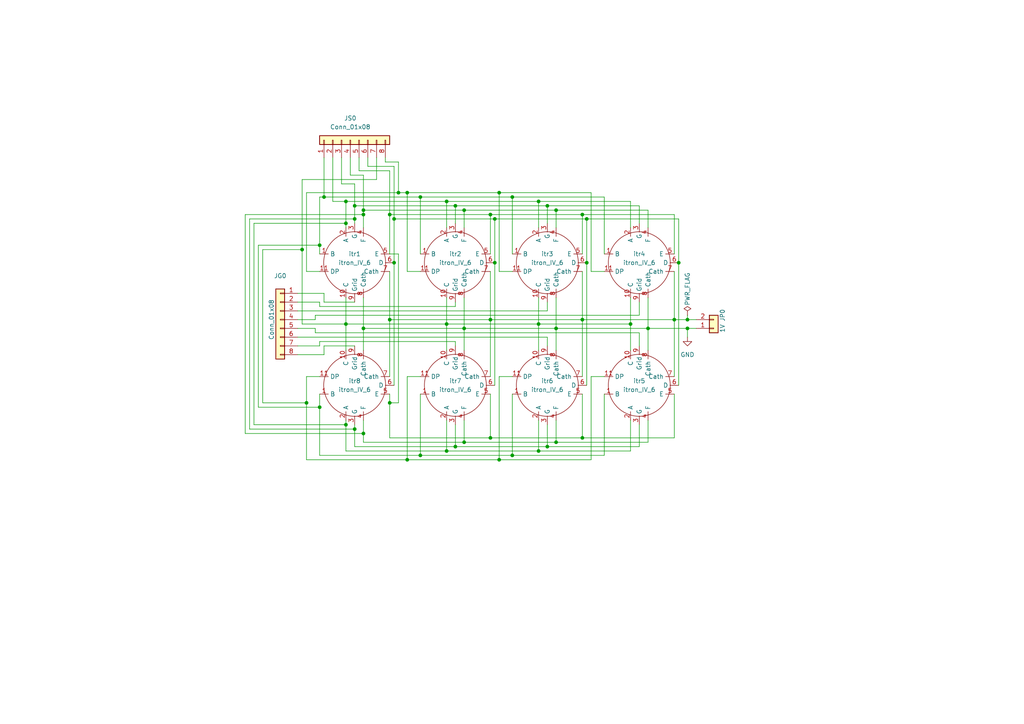
<source format=kicad_sch>
(kicad_sch (version 20211123) (generator eeschema)
  (paper "A4")
  (title_block (title "Divergence Meter - top board") (date "2022") (company "Projected by Toohka / Okarisu"))
  (lib_symbols
    (symbol "Connector_Generic:Conn_01x02" (pin_names (offset 1.016) hide)
      (property "Reference" "J" (at 0 2.54 0))
      (property "Value" "Conn_01x02" (at 0 -5.08 0))
      (symbol "Conn_01x02_1_1"
        (rectangle (start -1.27 -2.413) (end 0 -2.667) (stroke (width 0.1524)))
        (rectangle (start -1.27 0.127) (end 0 -0.127) (stroke (width 0.1524)))
        (rectangle (start -1.27 1.27) (end 1.27 -3.81) (stroke (width 0.254)) (fill (type background)))
        (pin passive line (at -5.08 0 0) (length 3.81) (name "Pin_1") (number "1"))
        (pin passive line (at -5.08 -2.54 0) (length 3.81) (name "Pin_2") (number "2"))
      )
    )
    (symbol "Connector_Generic:Conn_01x08" (pin_names (offset 1.016) hide)
      (property "Reference" "J" (at 0 10.16 0))
      (property "Value" "Conn_01x08" (at 0 -12.7 0))
      (symbol "Conn_01x08_1_1"
        (rectangle (start -1.27 -10.033) (end 0 -10.287) (stroke (width 0.1524)))
        (rectangle (start -1.27 -7.493) (end 0 -7.747) (stroke (width 0.1524)))
        (rectangle (start -1.27 -4.953) (end 0 -5.207) (stroke (width 0.1524)))
        (rectangle (start -1.27 -2.413) (end 0 -2.667) (stroke (width 0.1524)))
        (rectangle (start -1.27 0.127) (end 0 -0.127) (stroke (width 0.1524)))
        (rectangle (start -1.27 2.667) (end 0 2.413) (stroke (width 0.1524)))
        (rectangle (start -1.27 5.207) (end 0 4.953) (stroke (width 0.1524)))
        (rectangle (start -1.27 7.747) (end 0 7.493) (stroke (width 0.1524)))
        (rectangle (start -1.27 8.89) (end 1.27 -11.43) (stroke (width 0.254)) (fill (type background)))
        (pin passive line (at -5.08 7.62 0) (length 3.81) (name "Pin_1") (number "1"))
        (pin passive line (at -5.08 5.08 0) (length 3.81) (name "Pin_2") (number "2"))
        (pin passive line (at -5.08 2.54 0) (length 3.81) (name "Pin_3") (number "3"))
        (pin passive line (at -5.08 0 0) (length 3.81) (name "Pin_4") (number "4"))
        (pin passive line (at -5.08 -2.54 0) (length 3.81) (name "Pin_5") (number "5"))
        (pin passive line (at -5.08 -5.08 0) (length 3.81) (name "Pin_6") (number "6"))
        (pin passive line (at -5.08 -7.62 0) (length 3.81) (name "Pin_7") (number "7"))
        (pin passive line (at -5.08 -10.16 0) (length 3.81) (name "Pin_8") (number "8"))
      )
    )
    (symbol "itron_iv_6:itron_IV_6"
      (property "Reference" "itr" (at 0 0 0))
      (property "Value" "itron_IV_6" (at -10.16 -5.08 0))
      (symbol "itron_IV_6_0_1"
        (circle (center 0 -13.97) (radius 8.9803))
      )
      (symbol "itron_IV_6_1_1"
        (pin input line (at -10.16 -11.43 0) (length 2.54) (name "B") (number "1"))
        (pin input line (at -2.54 -24.13 90) (length 2.54) (name "C") (number "10"))
        (pin input line (at -10.16 -16.51 0) (length 2.54) (name "DP") (number "11"))
        (pin input line (at -2.54 -3.81 270) (length 2.54) (name "A") (number "2"))
        (pin input line (at 0 -2.54 270) (length 2.54) (name "G") (number "3"))
        (pin input line (at 2.54 -3.81 270) (length 2.54) (name "F") (number "4"))
        (pin input line (at 10.16 -11.43 180) (length 2.54) (name "E") (number "5"))
        (pin input line (at 11.43 -13.97 180) (length 2.54) (name "D") (number "6"))
        (pin input line (at 10.16 -16.51 180) (length 2.54) (name "Cath") (number "7"))
        (pin input line (at 2.54 -24.13 90) (length 2.54) (name "Cath") (number "8"))
        (pin input line (at 0 -25.4 90) (length 2.54) (name "Grid") (number "9"))
      )
    )
    (symbol "power:GND" (power) (pin_names (offset 0))
      (property "Value" "GND" (at 0 -3.81 0))
      (symbol "GND_0_1"
        (polyline (pts (xy 0 0) (xy 0 -1.27) (xy 1.27 -1.27) (xy 0 -2.54) (xy -1.27 -1.27) (xy 0 -1.27)))
      )
      (symbol "GND_1_1"
        (pin power_in line (at 0 0 270) (length 0) hide (name "GND") (number "1"))
      )
    )
    (symbol "power:PWR_FLAG" (power) (pin_numbers hide) (pin_names (offset 0) hide)
      (property "Value" "PWR_FLAG" (at 0 3.81 0))
      (symbol "PWR_FLAG_0_0"
        (pin power_out line (at 0 0 90) (length 0) (name "pwr") (number "1"))
      )
      (symbol "PWR_FLAG_0_1"
        (polyline (pts (xy 0 0) (xy 0 1.27) (xy -1.016 1.905) (xy 0 2.54) (xy 1.016 1.905) (xy 0 1.27)))
      )
    )
  )
  (junction (at 195.58 92.71))
  (junction (at 161.29 60.96))
  (junction (at 92.71 118.11))
  (junction (at 143.51 63.5))
  (junction (at 170.18 63.5))
  (junction (at 105.41 95.25))
  (junction (at 129.54 130.81))
  (junction (at 88.9 116.84))
  (junction (at 199.39 92.71))
  (junction (at 156.21 58.42))
  (junction (at 105.41 62.23))
  (junction (at 113.03 92.71))
  (junction (at 143.51 76.2))
  (junction (at 170.18 76.2))
  (junction (at 196.85 76.2))
  (junction (at 92.71 71.12))
  (junction (at 132.08 129.54))
  (junction (at 168.91 62.23))
  (junction (at 102.87 59.69))
  (junction (at 100.33 93.98))
  (junction (at 118.11 133.35))
  (junction (at 156.21 130.81))
  (junction (at 187.96 95.25))
  (junction (at 134.62 60.96))
  (junction (at 87.63 72.39))
  (junction (at 93.98 57.15))
  (junction (at 134.62 95.25))
  (junction (at 114.3 76.2))
  (junction (at 182.88 93.98))
  (junction (at 121.92 57.15))
  (junction (at 199.39 95.25))
  (junction (at 102.87 124.46))
  (junction (at 115.57 55.88))
  (junction (at 158.75 129.54))
  (junction (at 168.91 127))
  (junction (at 132.08 59.69))
  (junction (at 142.24 127))
  (junction (at 142.24 62.23))
  (junction (at 102.87 63.5))
  (junction (at 105.41 125.73))
  (junction (at 134.62 128.27))
  (junction (at 121.92 132.08))
  (junction (at 144.78 133.35))
  (junction (at 100.33 58.42))
  (junction (at 148.59 57.15))
  (junction (at 142.24 92.71))
  (junction (at 129.54 93.98))
  (junction (at 113.03 116.84))
  (junction (at 129.54 58.42))
  (junction (at 105.41 60.96))
  (junction (at 114.3 63.5))
  (junction (at 118.11 55.88))
  (junction (at 158.75 59.69))
  (junction (at 168.91 92.71))
  (junction (at 161.29 95.25))
  (junction (at 161.29 128.27))
  (junction (at 100.33 123.19))
  (junction (at 148.59 132.08))
  (junction (at 156.21 93.98))
  (junction (at 144.78 55.88))
  (junction (at 113.03 62.23))
  (junction (at 100.33 64.77))
  (wire (pts (xy 91.44 95.25) (xy 91.44 96.52)))
  (wire (pts (xy 144.78 133.35) (xy 171.45 133.35)))
  (wire (pts (xy 91.44 92.71) (xy 86.36 92.71)))
  (wire (pts (xy 132.08 59.69) (xy 132.08 64.77)))
  (wire (pts (xy 168.91 62.23) (xy 195.58 62.23)))
  (wire (pts (xy 91.44 91.44) (xy 91.44 92.71)))
  (wire (pts (xy 113.03 49.53) (xy 104.14 49.53)))
  (wire (pts (xy 161.29 60.96) (xy 161.29 66.04)))
  (wire (pts (xy 100.33 93.98) (xy 100.33 101.6)))
  (wire (pts (xy 86.36 102.87) (xy 93.98 102.87)))
  (wire (pts (xy 113.03 114.3) (xy 113.03 116.84)))
  (wire (pts (xy 142.24 62.23) (xy 142.24 73.66)))
  (wire (pts (xy 199.39 92.71) (xy 201.93 92.71)))
  (wire (pts (xy 111.76 46.99) (xy 111.76 45.72)))
  (wire (pts (xy 144.78 109.22) (xy 148.59 109.22)))
  (wire (pts (xy 182.88 86.36) (xy 182.88 93.98)))
  (wire (pts (xy 156.21 130.81) (xy 182.88 130.81)))
  (wire (pts (xy 182.88 93.98) (xy 182.88 101.6)))
  (wire (pts (xy 156.21 93.98) (xy 182.88 93.98)))
  (wire (pts (xy 185.42 91.44) (xy 91.44 91.44)))
  (wire (pts (xy 158.75 59.69) (xy 132.08 59.69)))
  (wire (pts (xy 100.33 93.98) (xy 129.54 93.98)))
  (wire (pts (xy 148.59 132.08) (xy 175.26 132.08)))
  (wire (pts (xy 99.06 53.34) (xy 102.87 53.34)))
  (wire (pts (xy 121.92 57.15) (xy 148.59 57.15)))
  (wire (pts (xy 74.93 71.12) (xy 92.71 71.12)))
  (wire (pts (xy 134.62 95.25) (xy 161.29 95.25)))
  (wire (pts (xy 113.03 116.84) (xy 115.57 116.84)))
  (wire (pts (xy 102.87 63.5) (xy 72.39 63.5)))
  (wire (pts (xy 93.98 45.72) (xy 93.98 57.15)))
  (wire (pts (xy 87.63 93.98) (xy 87.63 72.39)))
  (wire (pts (xy 144.78 78.74) (xy 148.59 78.74)))
  (wire (pts (xy 92.71 88.9) (xy 132.08 88.9)))
  (wire (pts (xy 92.71 73.66) (xy 92.71 71.12)))
  (wire (pts (xy 185.42 123.19) (xy 185.42 129.54)))
  (wire (pts (xy 185.42 64.77) (xy 185.42 59.69)))
  (wire (pts (xy 196.85 63.5) (xy 196.85 76.2)))
  (wire (pts (xy 101.6 50.8) (xy 101.6 45.72)))
  (wire (pts (xy 161.29 121.92) (xy 161.29 128.27)))
  (wire (pts (xy 156.21 58.42) (xy 156.21 66.04)))
  (wire (pts (xy 195.58 114.3) (xy 195.58 127)))
  (wire (pts (xy 100.33 123.19) (xy 100.33 130.81)))
  (wire (pts (xy 115.57 73.66) (xy 113.03 73.66)))
  (wire (pts (xy 105.41 125.73) (xy 105.41 128.27)))
  (wire (pts (xy 195.58 78.74) (xy 195.58 92.71)))
  (wire (pts (xy 72.39 124.46) (xy 102.87 124.46)))
  (wire (pts (xy 187.96 95.25) (xy 187.96 101.6)))
  (wire (pts (xy 100.33 130.81) (xy 129.54 130.81)))
  (wire (pts (xy 88.9 116.84) (xy 76.2 116.84)))
  (wire (pts (xy 88.9 109.22) (xy 88.9 116.84)))
  (wire (pts (xy 129.54 86.36) (xy 129.54 93.98)))
  (wire (pts (xy 100.33 58.42) (xy 100.33 64.77)))
  (wire (pts (xy 100.33 64.77) (xy 100.33 66.04)))
  (wire (pts (xy 86.36 87.63) (xy 92.71 87.63)))
  (wire (pts (xy 170.18 63.5) (xy 196.85 63.5)))
  (wire (pts (xy 99.06 45.72) (xy 99.06 53.34)))
  (wire (pts (xy 105.41 125.73) (xy 71.12 125.73)))
  (wire (pts (xy 158.75 129.54) (xy 132.08 129.54)))
  (wire (pts (xy 72.39 63.5) (xy 72.39 124.46)))
  (wire (pts (xy 76.2 72.39) (xy 87.63 72.39)))
  (wire (pts (xy 142.24 78.74) (xy 142.24 92.71)))
  (wire (pts (xy 142.24 62.23) (xy 168.91 62.23)))
  (wire (pts (xy 144.78 133.35) (xy 144.78 109.22)))
  (wire (pts (xy 102.87 53.34) (xy 102.87 59.69)))
  (wire (pts (xy 132.08 123.19) (xy 132.08 129.54)))
  (wire (pts (xy 118.11 133.35) (xy 144.78 133.35)))
  (wire (pts (xy 182.88 58.42) (xy 156.21 58.42)))
  (wire (pts (xy 114.3 63.5) (xy 143.51 63.5)))
  (wire (pts (xy 168.91 127) (xy 142.24 127)))
  (wire (pts (xy 88.9 55.88) (xy 115.57 55.88)))
  (wire (pts (xy 109.22 52.07) (xy 109.22 45.72)))
  (wire (pts (xy 105.41 60.96) (xy 105.41 50.8)))
  (wire (pts (xy 86.36 95.25) (xy 91.44 95.25)))
  (wire (pts (xy 121.92 57.15) (xy 121.92 73.66)))
  (wire (pts (xy 113.03 73.66) (xy 113.03 62.23)))
  (wire (pts (xy 129.54 93.98) (xy 129.54 101.6)))
  (wire (pts (xy 113.03 62.23) (xy 142.24 62.23)))
  (wire (pts (xy 129.54 121.92) (xy 129.54 130.81)))
  (wire (pts (xy 118.11 55.88) (xy 118.11 78.74)))
  (wire (pts (xy 168.91 78.74) (xy 168.91 92.71)))
  (wire (pts (xy 134.62 128.27) (xy 134.62 121.92)))
  (wire (pts (xy 92.71 100.33) (xy 92.71 99.06)))
  (wire (pts (xy 115.57 55.88) (xy 118.11 55.88)))
  (wire (pts (xy 92.71 114.3) (xy 92.71 118.11)))
  (wire (pts (xy 88.9 116.84) (xy 88.9 133.35)))
  (wire (pts (xy 86.36 100.33) (xy 92.71 100.33)))
  (wire (pts (xy 92.71 57.15) (xy 93.98 57.15)))
  (wire (pts (xy 100.33 93.98) (xy 87.63 93.98)))
  (wire (pts (xy 113.03 127) (xy 142.24 127)))
  (wire (pts (xy 106.68 48.26) (xy 106.68 45.72)))
  (wire (pts (xy 114.3 63.5) (xy 114.3 76.2)))
  (wire (pts (xy 102.87 124.46) (xy 102.87 123.19)))
  (wire (pts (xy 144.78 55.88) (xy 171.45 55.88)))
  (wire (pts (xy 144.78 55.88) (xy 144.78 78.74)))
  (wire (pts (xy 132.08 87.63) (xy 132.08 88.9)))
  (wire (pts (xy 102.87 59.69) (xy 102.87 63.5)))
  (wire (pts (xy 105.41 95.25) (xy 105.41 101.6)))
  (wire (pts (xy 158.75 59.69) (xy 158.75 64.77)))
  (wire (pts (xy 187.96 95.25) (xy 199.39 95.25)))
  (wire (pts (xy 187.96 60.96) (xy 187.96 66.04)))
  (wire (pts (xy 71.12 62.23) (xy 105.41 62.23)))
  (wire (pts (xy 100.33 121.92) (xy 100.33 123.19)))
  (wire (pts (xy 170.18 63.5) (xy 170.18 76.2)))
  (wire (pts (xy 118.11 133.35) (xy 118.11 109.22)))
  (wire (pts (xy 132.08 59.69) (xy 102.87 59.69)))
  (wire (pts (xy 121.92 132.08) (xy 148.59 132.08)))
  (wire (pts (xy 187.96 128.27) (xy 161.29 128.27)))
  (wire (pts (xy 87.63 72.39) (xy 87.63 52.07)))
  (wire (pts (xy 156.21 58.42) (xy 129.54 58.42)))
  (wire (pts (xy 168.91 92.71) (xy 168.91 109.22)))
  (wire (pts (xy 93.98 100.33) (xy 102.87 100.33)))
  (wire (pts (xy 142.24 92.71) (xy 168.91 92.71)))
  (wire (pts (xy 92.71 87.63) (xy 92.71 88.9)))
  (wire (pts (xy 134.62 60.96) (xy 161.29 60.96)))
  (wire (pts (xy 92.71 109.22) (xy 88.9 109.22)))
  (wire (pts (xy 142.24 92.71) (xy 142.24 109.22)))
  (wire (pts (xy 156.21 93.98) (xy 156.21 101.6)))
  (wire (pts (xy 93.98 57.15) (xy 121.92 57.15)))
  (wire (pts (xy 121.92 114.3) (xy 121.92 132.08)))
  (wire (pts (xy 105.41 121.92) (xy 105.41 125.73)))
  (wire (pts (xy 118.11 55.88) (xy 144.78 55.88)))
  (wire (pts (xy 100.33 86.36) (xy 100.33 93.98)))
  (wire (pts (xy 96.52 58.42) (xy 100.33 58.42)))
  (wire (pts (xy 102.87 129.54) (xy 102.87 124.46)))
  (wire (pts (xy 114.3 48.26) (xy 106.68 48.26)))
  (wire (pts (xy 158.75 97.79) (xy 158.75 100.33)))
  (wire (pts (xy 92.71 71.12) (xy 92.71 57.15)))
  (wire (pts (xy 134.62 95.25) (xy 134.62 101.6)))
  (wire (pts (xy 161.29 95.25) (xy 187.96 95.25)))
  (wire (pts (xy 142.24 127) (xy 142.24 114.3)))
  (wire (pts (xy 170.18 76.2) (xy 170.18 111.76)))
  (wire (pts (xy 148.59 57.15) (xy 175.26 57.15)))
  (wire (pts (xy 168.91 92.71) (xy 195.58 92.71)))
  (wire (pts (xy 158.75 123.19) (xy 158.75 129.54)))
  (wire (pts (xy 113.03 78.74) (xy 113.03 92.71)))
  (wire (pts (xy 195.58 62.23) (xy 195.58 73.66)))
  (wire (pts (xy 161.29 128.27) (xy 134.62 128.27)))
  (wire (pts (xy 73.66 123.19) (xy 73.66 64.77)))
  (wire (pts (xy 168.91 114.3) (xy 168.91 127)))
  (wire (pts (xy 113.03 92.71) (xy 142.24 92.71)))
  (wire (pts (xy 171.45 133.35) (xy 171.45 109.22)))
  (wire (pts (xy 182.88 130.81) (xy 182.88 121.92)))
  (wire (pts (xy 118.11 109.22) (xy 121.92 109.22)))
  (wire (pts (xy 132.08 99.06) (xy 132.08 100.33)))
  (wire (pts (xy 171.45 55.88) (xy 171.45 78.74)))
  (wire (pts (xy 129.54 130.81) (xy 156.21 130.81)))
  (wire (pts (xy 71.12 125.73) (xy 71.12 62.23)))
  (wire (pts (xy 171.45 109.22) (xy 175.26 109.22)))
  (wire (pts (xy 102.87 63.5) (xy 102.87 64.77)))
  (wire (pts (xy 113.03 62.23) (xy 113.03 49.53)))
  (wire (pts (xy 76.2 116.84) (xy 76.2 72.39)))
  (wire (pts (xy 196.85 76.2) (xy 196.85 111.76)))
  (wire (pts (xy 161.29 95.25) (xy 161.29 101.6)))
  (wire (pts (xy 143.51 63.5) (xy 143.51 76.2)))
  (wire (pts (xy 93.98 102.87) (xy 93.98 100.33)))
  (wire (pts (xy 148.59 57.15) (xy 148.59 73.66)))
  (wire (pts (xy 92.71 99.06) (xy 132.08 99.06)))
  (wire (pts (xy 168.91 62.23) (xy 168.91 73.66)))
  (wire (pts (xy 92.71 118.11) (xy 74.93 118.11)))
  (wire (pts (xy 187.96 121.92) (xy 187.96 128.27)))
  (wire (pts (xy 105.41 60.96) (xy 134.62 60.96)))
  (wire (pts (xy 175.26 57.15) (xy 175.26 73.66)))
  (wire (pts (xy 134.62 86.36) (xy 134.62 95.25)))
  (wire (pts (xy 195.58 92.71) (xy 199.39 92.71)))
  (wire (pts (xy 185.42 129.54) (xy 158.75 129.54)))
  (wire (pts (xy 102.87 87.63) (xy 93.98 87.63)))
  (wire (pts (xy 187.96 86.36) (xy 187.96 95.25)))
  (wire (pts (xy 156.21 121.92) (xy 156.21 130.81)))
  (wire (pts (xy 148.59 132.08) (xy 148.59 114.3)))
  (wire (pts (xy 92.71 132.08) (xy 121.92 132.08)))
  (wire (pts (xy 105.41 66.04) (xy 105.41 62.23)))
  (wire (pts (xy 114.3 76.2) (xy 114.3 111.76)))
  (wire (pts (xy 134.62 60.96) (xy 134.62 66.04)))
  (wire (pts (xy 92.71 78.74) (xy 88.9 78.74)))
  (wire (pts (xy 88.9 133.35) (xy 118.11 133.35)))
  (wire (pts (xy 195.58 127) (xy 168.91 127)))
  (wire (pts (xy 129.54 93.98) (xy 156.21 93.98)))
  (wire (pts (xy 105.41 50.8) (xy 101.6 50.8)))
  (wire (pts (xy 185.42 59.69) (xy 158.75 59.69)))
  (wire (pts (xy 86.36 97.79) (xy 158.75 97.79)))
  (wire (pts (xy 93.98 85.09) (xy 86.36 85.09)))
  (wire (pts (xy 113.03 116.84) (xy 113.03 127)))
  (wire (pts (xy 171.45 78.74) (xy 175.26 78.74)))
  (wire (pts (xy 91.44 96.52) (xy 185.42 96.52)))
  (wire (pts (xy 74.93 118.11) (xy 74.93 71.12)))
  (wire (pts (xy 143.51 63.5) (xy 170.18 63.5)))
  (wire (pts (xy 115.57 46.99) (xy 111.76 46.99)))
  (wire (pts (xy 143.51 76.2) (xy 143.51 111.76)))
  (wire (pts (xy 115.57 55.88) (xy 115.57 46.99)))
  (wire (pts (xy 199.39 91.44) (xy 199.39 92.71)))
  (wire (pts (xy 73.66 64.77) (xy 100.33 64.77)))
  (wire (pts (xy 199.39 95.25) (xy 201.93 95.25)))
  (wire (pts (xy 115.57 116.84) (xy 115.57 73.66)))
  (wire (pts (xy 185.42 87.63) (xy 185.42 91.44)))
  (wire (pts (xy 96.52 45.72) (xy 96.52 58.42)))
  (wire (pts (xy 156.21 86.36) (xy 156.21 93.98)))
  (wire (pts (xy 129.54 58.42) (xy 129.54 66.04)))
  (wire (pts (xy 104.14 49.53) (xy 104.14 45.72)))
  (wire (pts (xy 158.75 87.63) (xy 158.75 90.17)))
  (wire (pts (xy 100.33 123.19) (xy 73.66 123.19)))
  (wire (pts (xy 92.71 118.11) (xy 92.71 132.08)))
  (wire (pts (xy 87.63 52.07) (xy 109.22 52.07)))
  (wire (pts (xy 118.11 78.74) (xy 121.92 78.74)))
  (wire (pts (xy 199.39 95.25) (xy 199.39 97.79)))
  (wire (pts (xy 182.88 66.04) (xy 182.88 58.42)))
  (wire (pts (xy 195.58 92.71) (xy 195.58 109.22)))
  (wire (pts (xy 175.26 132.08) (xy 175.26 114.3)))
  (wire (pts (xy 161.29 86.36) (xy 161.29 95.25)))
  (wire (pts (xy 86.36 90.17) (xy 158.75 90.17)))
  (wire (pts (xy 105.41 86.36) (xy 105.41 95.25)))
  (wire (pts (xy 113.03 92.71) (xy 113.03 109.22)))
  (wire (pts (xy 161.29 60.96) (xy 187.96 60.96)))
  (wire (pts (xy 105.41 128.27) (xy 134.62 128.27)))
  (wire (pts (xy 114.3 63.5) (xy 114.3 48.26)))
  (wire (pts (xy 93.98 87.63) (xy 93.98 85.09)))
  (wire (pts (xy 129.54 58.42) (xy 100.33 58.42)))
  (wire (pts (xy 105.41 95.25) (xy 134.62 95.25)))
  (wire (pts (xy 88.9 78.74) (xy 88.9 55.88)))
  (wire (pts (xy 105.41 62.23) (xy 105.41 60.96)))
  (wire (pts (xy 185.42 96.52) (xy 185.42 100.33)))
  (wire (pts (xy 132.08 129.54) (xy 102.87 129.54)))
  (symbol (lib_id "itron_iv_6:itron_IV_6") (at 185.42 62.23 0) (unit 1)
    (property "Reference" "itr4" (at 185.42 73.66 0))
    (property "Value" "itron_IV_6" (at 185.42 76.2 0))
    (property "Footprint" "Itron:itron_IV_6" (effects hide))
  )
  (symbol (lib_id "itron_iv_6:itron_IV_6") (at 132.08 62.23 0) (unit 1)
    (property "Reference" "itr2" (at 132.08 73.66 0))
    (property "Value" "itron_IV_6" (at 132.08 76.2 0))
    (property "Footprint" "Itron:itron_IV_6" (effects hide))
  )
  (symbol (lib_id "itron_iv_6:itron_IV_6") (at 132.08 125.73 0) (mirror x) (unit 1)
    (property "Reference" "itr7" (at 132.08 110.49 0))
    (property "Value" "itron_IV_6" (at 132.08 113.03 0))
    (property "Footprint" "Itron:itron_IV_6" (effects hide))
  )
  (symbol (lib_id "Connector_Generic:Conn_01x08") (at 81.28 92.71 0) (mirror y) (unit 1)
    (property "Reference" "JG0" (at 81.28 80.01 0))
    (property "Value" "Conn_01x08" (at 78.74 92.71 90))
    (property "Footprint" "Connector_PinHeader_1.27mm:PinHeader_1x08_P1.27mm_Vertical" (effects hide))
  )
  (symbol (lib_id "Connector_Generic:Conn_01x08") (at 101.6 40.64 90) (unit 1)
    (property "Reference" "JS0" (at 101.6 34.29 90))
    (property "Value" "Conn_01x08" (at 101.6 36.83 90))
    (property "Footprint" "Connector_PinHeader_1.27mm:PinHeader_1x08_P1.27mm_Vertical" (effects hide))
  )
  (symbol (lib_id "power:PWR_FLAG") (at 199.39 91.44 0) (unit 1)
    (property "Reference" "#FLG0101" (effects hide))
    (property "Value" "PWR_FLAG" (at 199.39 83.82 90))
  )
  (symbol (lib_id "power:GND") (at 199.39 97.79 0) (unit 1)
    (property "Reference" "#PWR0101" (effects hide))
    (property "Value" "GND" (at 199.39 102.87 0))
  )
  (symbol (lib_id "itron_iv_6:itron_IV_6") (at 102.87 125.73 0) (mirror x) (unit 1)
    (property "Reference" "itr8" (at 102.87 110.49 0))
    (property "Value" "itron_IV_6" (at 102.87 113.03 0))
    (property "Footprint" "Itron:itron_IV_6" (effects hide))
  )
  (symbol (lib_id "itron_iv_6:itron_IV_6") (at 158.75 125.73 0) (mirror x) (unit 1)
    (property "Reference" "itr6" (at 158.75 110.49 0))
    (property "Value" "itron_IV_6" (at 158.75 113.03 0))
    (property "Footprint" "Itron:itron_IV_6" (effects hide))
  )
  (symbol (lib_id "itron_iv_6:itron_IV_6") (at 158.75 62.23 0) (unit 1)
    (property "Reference" "itr3" (at 158.75 73.66 0))
    (property "Value" "itron_IV_6" (at 158.75 76.2 0))
    (property "Footprint" "Itron:itron_IV_6" (effects hide))
  )
  (symbol (lib_id "itron_iv_6:itron_IV_6") (at 185.42 125.73 0) (mirror x) (unit 1)
    (property "Reference" "itr5" (at 185.42 110.49 0))
    (property "Value" "itron_IV_6" (at 185.42 113.03 0))
    (property "Footprint" "Itron:itron_IV_6" (effects hide))
  )
  (symbol (lib_id "Connector_Generic:Conn_01x02") (at 207.01 95.25 0) (mirror x) (unit 1)
    (property "Reference" "JP0" (at 209.55 91.44 90))
    (property "Value" "1V" (at 209.55 95.25 90))
    (property "Footprint" "Connector_PinHeader_1.27mm:PinHeader_1x02_P1.27mm_Vertical" (effects hide))
  )
  (symbol (lib_id "itron_iv_6:itron_IV_6") (at 102.87 62.23 0) (unit 1)
    (property "Reference" "itr1" (at 102.87 73.66 0))
    (property "Value" "itron_IV_6" (at 102.87 76.2 0))
    (property "Footprint" "Itron:itron_IV_6" (effects hide))
  )
)
</source>
